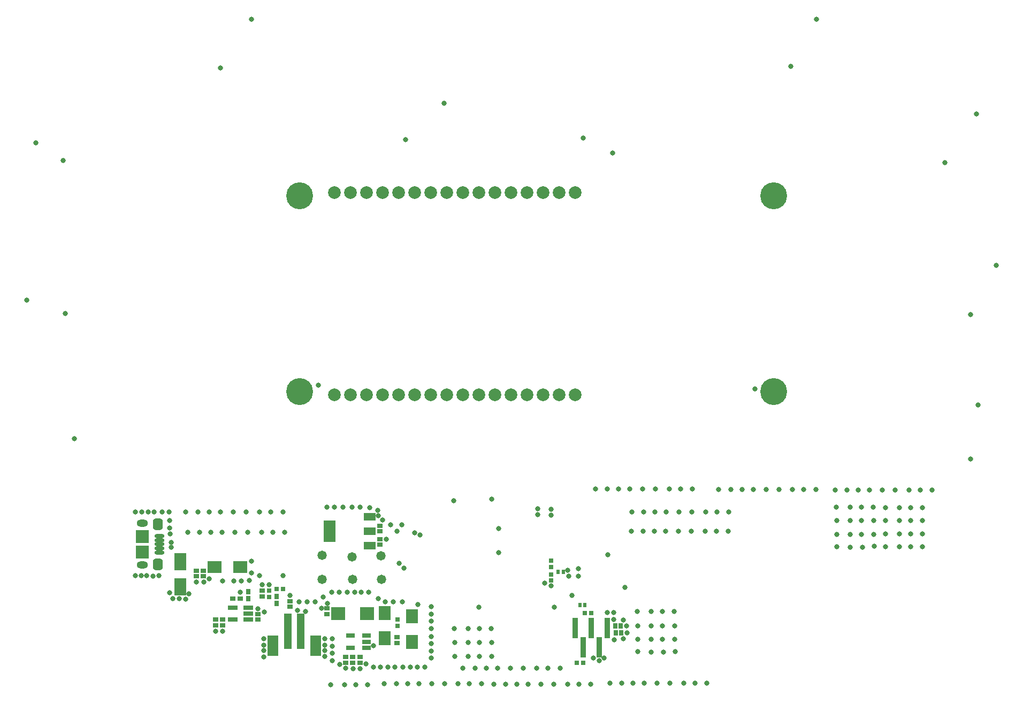
<source format=gbs>
G04*
G04 #@! TF.GenerationSoftware,Altium Limited,Altium Designer,25.3.3 (18)*
G04*
G04 Layer_Color=16711935*
%FSLAX44Y44*%
%MOMM*%
G71*
G04*
G04 #@! TF.SameCoordinates,03B7C616-348C-440E-9E9C-07167A9097DF*
G04*
G04*
G04 #@! TF.FilePolarity,Negative*
G04*
G01*
G75*
%ADD44R,1.4032X0.8032*%
%ADD45R,0.8032X0.9532*%
%ADD47R,0.8032X0.8432*%
%ADD49R,0.8032X0.7032*%
%ADD50R,0.9532X0.8032*%
%ADD51R,0.8432X0.8032*%
%ADD53R,0.6032X0.7032*%
%ADD59C,2.0032*%
%ADD60C,4.2532*%
%ADD61O,1.8032X1.1032*%
%ADD62C,0.8032*%
%ADD63C,1.4732*%
%ADD84R,2.2032X2.0032*%
%ADD85R,1.8732X2.1732*%
%ADD86R,0.7032X0.8032*%
%ADD87R,0.8532X3.2032*%
%ADD88R,1.8532X3.4532*%
%ADD89R,1.8532X1.1532*%
%ADD90R,1.2032X5.7032*%
%ADD91R,1.8032X3.2032*%
%ADD92R,1.6032X0.8032*%
%ADD93R,2.1732X1.8732*%
%ADD94R,2.0032X2.1032*%
G04:AMPARAMS|DCode=95|XSize=1.8032mm|YSize=1.6032mm|CornerRadius=0.4516mm|HoleSize=0mm|Usage=FLASHONLY|Rotation=90.000|XOffset=0mm|YOffset=0mm|HoleType=Round|Shape=RoundedRectangle|*
%AMROUNDEDRECTD95*
21,1,1.8032,0.7000,0,0,90.0*
21,1,0.9000,1.6032,0,0,90.0*
1,1,0.9032,0.3500,0.4500*
1,1,0.9032,0.3500,-0.4500*
1,1,0.9032,-0.3500,-0.4500*
1,1,0.9032,-0.3500,0.4500*
%
%ADD95ROUNDEDRECTD95*%
%ADD96O,1.5532X0.6032*%
%ADD97R,1.9032X2.7032*%
D44*
X-261820Y286360D02*
D03*
Y276860D02*
D03*
Y267360D02*
D03*
X-286820D02*
D03*
Y286360D02*
D03*
D45*
X-448310Y344770D02*
D03*
Y356270D02*
D03*
X-403860Y337150D02*
D03*
Y348650D02*
D03*
D47*
X140970Y302260D02*
D03*
X132170D02*
D03*
X141560Y290830D02*
D03*
X132760D02*
D03*
D49*
X-212090Y302340D02*
D03*
Y312340D02*
D03*
X30480Y383540D02*
D03*
Y373540D02*
D03*
Y394970D02*
D03*
Y404970D02*
D03*
X-415290Y348060D02*
D03*
Y358060D02*
D03*
D50*
X-473110Y345440D02*
D03*
X-461610D02*
D03*
D51*
X-294640Y243930D02*
D03*
Y252730D02*
D03*
X-283210Y243930D02*
D03*
Y252730D02*
D03*
X-271780Y243930D02*
D03*
Y252730D02*
D03*
X-213360Y275000D02*
D03*
Y283800D02*
D03*
X-240030Y460330D02*
D03*
Y451530D02*
D03*
Y439420D02*
D03*
Y430620D02*
D03*
X-323850Y329520D02*
D03*
Y320720D02*
D03*
X-500380Y302940D02*
D03*
Y311740D02*
D03*
X-433070Y320630D02*
D03*
Y311830D02*
D03*
X-488950Y302940D02*
D03*
Y311740D02*
D03*
X-382270Y340950D02*
D03*
Y332150D02*
D03*
X-426720Y357460D02*
D03*
Y348660D02*
D03*
X-530860Y389210D02*
D03*
Y380410D02*
D03*
X-519430D02*
D03*
Y389210D02*
D03*
D53*
X41720Y387350D02*
D03*
X49720D02*
D03*
X84200Y335280D02*
D03*
X76200D02*
D03*
D59*
X-312420Y988060D02*
D03*
X-287020D02*
D03*
X-261620D02*
D03*
X-236220D02*
D03*
X-210820D02*
D03*
X-185420D02*
D03*
X-160020D02*
D03*
X-134620D02*
D03*
X-109220D02*
D03*
X-83820D02*
D03*
X-58420D02*
D03*
X-33020D02*
D03*
X-7620D02*
D03*
X17780D02*
D03*
X43180D02*
D03*
X68580D02*
D03*
X-312420Y668060D02*
D03*
X-287020D02*
D03*
X-261620D02*
D03*
X-236220D02*
D03*
X-210820D02*
D03*
X-185420D02*
D03*
X-160020D02*
D03*
X-134620D02*
D03*
X-109220D02*
D03*
X-83820D02*
D03*
X-58420D02*
D03*
X-33020D02*
D03*
X-7620D02*
D03*
X17780D02*
D03*
X43180D02*
D03*
X68580D02*
D03*
D60*
X-367420Y673060D02*
D03*
X382580D02*
D03*
X-367420Y983060D02*
D03*
X382580D02*
D03*
D61*
X-615950Y464230D02*
D03*
Y398230D02*
D03*
D62*
X560015Y427211D02*
D03*
X581605D02*
D03*
X599385D02*
D03*
X618435D02*
D03*
X560015Y447531D02*
D03*
X581605D02*
D03*
X599385D02*
D03*
X618435D02*
D03*
X618405Y489200D02*
D03*
X599355D02*
D03*
X581575D02*
D03*
X559985D02*
D03*
X618405Y468880D02*
D03*
X599355D02*
D03*
X581575D02*
D03*
X559985D02*
D03*
X482679Y447191D02*
D03*
X504269D02*
D03*
X522049D02*
D03*
X541099D02*
D03*
X482679Y468781D02*
D03*
X504269D02*
D03*
X522049D02*
D03*
X541099D02*
D03*
X540670Y489602D02*
D03*
X521620D02*
D03*
X503840D02*
D03*
X482250D02*
D03*
X542290Y427990D02*
D03*
X523240Y426720D02*
D03*
X504190D02*
D03*
X482521Y427686D02*
D03*
X-572770Y354330D02*
D03*
X93400Y209966D02*
D03*
X74350D02*
D03*
X56570D02*
D03*
X34980D02*
D03*
X14660D02*
D03*
X-5660D02*
D03*
X-23440D02*
D03*
X-41220D02*
D03*
X-60270D02*
D03*
X167561Y261316D02*
D03*
X189230Y260350D02*
D03*
X208280D02*
D03*
X227330Y261620D02*
D03*
X167290Y324502D02*
D03*
X188880D02*
D03*
X206660D02*
D03*
X225710D02*
D03*
X226139Y302411D02*
D03*
X207089D02*
D03*
X189309D02*
D03*
X167719D02*
D03*
X226139Y280821D02*
D03*
X207089D02*
D03*
X189309D02*
D03*
X167719D02*
D03*
X158265Y482669D02*
D03*
X177314D02*
D03*
X195095D02*
D03*
X212875D02*
D03*
X157480Y452120D02*
D03*
X176530D02*
D03*
X194310D02*
D03*
X212090D02*
D03*
X252730D02*
D03*
X274320D02*
D03*
X292100D02*
D03*
X233195Y482669D02*
D03*
X311150Y452120D02*
D03*
X253514Y482669D02*
D03*
X275105D02*
D03*
X292885D02*
D03*
X311935D02*
D03*
X232410Y452120D02*
D03*
X-121841Y254151D02*
D03*
X-100251D02*
D03*
X-82471D02*
D03*
X-63421D02*
D03*
X-121841Y275741D02*
D03*
X-100251D02*
D03*
X-82471D02*
D03*
X-63421D02*
D03*
X-259430Y208932D02*
D03*
X-278480D02*
D03*
X-296260D02*
D03*
X-317850D02*
D03*
X-63850Y297832D02*
D03*
X-82900D02*
D03*
X-100680D02*
D03*
X-122270D02*
D03*
X44615Y235509D02*
D03*
X25565D02*
D03*
X7785D02*
D03*
X-13805D02*
D03*
X-34125D02*
D03*
X-54445D02*
D03*
X-72225D02*
D03*
X-90005D02*
D03*
X-109055D02*
D03*
X277181Y211484D02*
D03*
X258131D02*
D03*
X240351D02*
D03*
X218761D02*
D03*
X198441D02*
D03*
X178121D02*
D03*
X160341D02*
D03*
X142561D02*
D03*
X123511D02*
D03*
X633547Y517027D02*
D03*
X614497D02*
D03*
X596717D02*
D03*
X575127D02*
D03*
X554807D02*
D03*
X534487D02*
D03*
X516707D02*
D03*
X498927D02*
D03*
X479877D02*
D03*
X449397Y518297D02*
D03*
X430347D02*
D03*
X412567D02*
D03*
X390977D02*
D03*
X370657D02*
D03*
X350337D02*
D03*
X332557D02*
D03*
X314777D02*
D03*
X295727D02*
D03*
X-393768Y481980D02*
D03*
X-412818D02*
D03*
X-430598D02*
D03*
X-452188D02*
D03*
X-472508D02*
D03*
X-492828D02*
D03*
X-510608D02*
D03*
X-528388D02*
D03*
X-547438D02*
D03*
X-544509Y450244D02*
D03*
X-525459D02*
D03*
X-507679D02*
D03*
X-489899D02*
D03*
X-469579D02*
D03*
X-449259D02*
D03*
X-427669D02*
D03*
X-409889D02*
D03*
X-390839D02*
D03*
X100651Y518824D02*
D03*
X119701D02*
D03*
X137481D02*
D03*
X155261D02*
D03*
X175581D02*
D03*
X195901D02*
D03*
X217491D02*
D03*
X235271D02*
D03*
X254321D02*
D03*
X-233359Y210214D02*
D03*
X-214309D02*
D03*
X-196529D02*
D03*
X-178749D02*
D03*
X-158429D02*
D03*
X-138109D02*
D03*
X-116519D02*
D03*
X-98739D02*
D03*
X-79689D02*
D03*
X58420Y381000D02*
D03*
X57150Y389890D02*
D03*
X20320Y369570D02*
D03*
X-358140Y325120D02*
D03*
X-510335Y376559D02*
D03*
X-229870Y439420D02*
D03*
X-236220Y469900D02*
D03*
X-242570Y476250D02*
D03*
X-323850Y490220D02*
D03*
X-312420D02*
D03*
X-298450D02*
D03*
X-284480D02*
D03*
X-271780D02*
D03*
X-330200Y347980D02*
D03*
X-342900Y340360D02*
D03*
X-355600D02*
D03*
X-368300D02*
D03*
X-180164Y335468D02*
D03*
X-159277Y297933D02*
D03*
Y309363D02*
D03*
Y320793D02*
D03*
Y332223D02*
D03*
Y250943D02*
D03*
Y262373D02*
D03*
Y273803D02*
D03*
Y285233D02*
D03*
X-203717Y236747D02*
D03*
X-192287D02*
D03*
X-180857D02*
D03*
X-169427D02*
D03*
X-250707D02*
D03*
X-239277D02*
D03*
X-227847D02*
D03*
X-216417D02*
D03*
X-315353Y247228D02*
D03*
Y258658D02*
D03*
Y270088D02*
D03*
Y281518D02*
D03*
X-204863Y339938D02*
D03*
X-218833D02*
D03*
X-231533D02*
D03*
X-242963Y345018D02*
D03*
X-258203Y355178D02*
D03*
X-269633D02*
D03*
X-279793D02*
D03*
X-292100Y355600D02*
D03*
X-304800D02*
D03*
X-316230D02*
D03*
X-443496Y404562D02*
D03*
X-447306Y374082D02*
D03*
X-443496Y385512D02*
D03*
X-488950Y373380D02*
D03*
X-459740D02*
D03*
X-471170D02*
D03*
X-567690Y345440D02*
D03*
X-557530D02*
D03*
X-547370Y344170D02*
D03*
X-542290Y353060D02*
D03*
X-572565Y447679D02*
D03*
X-572770Y457200D02*
D03*
Y468630D02*
D03*
X97790Y251460D02*
D03*
X114300D02*
D03*
X106586Y247251D02*
D03*
X144780Y311150D02*
D03*
Y281940D02*
D03*
X151130Y290830D02*
D03*
X149860Y302260D02*
D03*
X129540Y312420D02*
D03*
X130716Y280271D02*
D03*
X129446Y323451D02*
D03*
X119286D02*
D03*
X-199390Y1071880D02*
D03*
X120598Y414210D02*
D03*
X-52070Y455930D02*
D03*
X73660Y381000D02*
D03*
Y392430D02*
D03*
X30480Y365760D02*
D03*
X-570230Y426720D02*
D03*
X-327660Y254000D02*
D03*
Y271780D02*
D03*
Y262890D02*
D03*
Y281940D02*
D03*
X-424180Y252730D02*
D03*
X-627175Y481969D02*
D03*
X147320Y363220D02*
D03*
X-52070Y417830D02*
D03*
X-256540Y488950D02*
D03*
X-243840Y485140D02*
D03*
X-424180Y271780D02*
D03*
Y262890D02*
D03*
Y281940D02*
D03*
X-303530Y241300D02*
D03*
X-262685Y241939D02*
D03*
X-271575Y234319D02*
D03*
X-283005D02*
D03*
X-294640Y234950D02*
D03*
X-323645Y337189D02*
D03*
X-332535Y329569D02*
D03*
X-370840Y326390D02*
D03*
X-382270Y349930D02*
D03*
X-426720Y367030D02*
D03*
X-415290D02*
D03*
X-422910Y323850D02*
D03*
X-433070Y328930D02*
D03*
X-461010Y355600D02*
D03*
X-500380Y293370D02*
D03*
X-488950D02*
D03*
X-519225Y371479D02*
D03*
X-530655D02*
D03*
X-589954Y381639D02*
D03*
X-599440Y381000D02*
D03*
X-609395Y381639D02*
D03*
X-618285D02*
D03*
X-627175D02*
D03*
X-573835Y481969D02*
D03*
X-585265D02*
D03*
X-597965D02*
D03*
X-606855D02*
D03*
X-617015D02*
D03*
X353060Y676910D02*
D03*
X-337820Y683260D02*
D03*
X-83820Y331470D02*
D03*
X35560D02*
D03*
X30480Y477520D02*
D03*
X9420Y478367D02*
D03*
X30480Y486410D02*
D03*
X9420Y487257D02*
D03*
X-63500Y502920D02*
D03*
X694690Y566420D02*
D03*
X-123190Y500380D02*
D03*
X-205740Y462280D02*
D03*
X-223520D02*
D03*
X-213360Y452120D02*
D03*
X-201930Y393700D02*
D03*
X-209550Y401320D02*
D03*
X-430668Y381862D02*
D03*
X-393838D02*
D03*
X-185420Y449580D02*
D03*
X-176530Y445770D02*
D03*
X-250190Y270510D02*
D03*
X63500Y350520D02*
D03*
X-570230Y434340D02*
D03*
X-741759Y1038781D02*
D03*
X706041Y651431D02*
D03*
X-723979Y598091D02*
D03*
X128191Y1050211D02*
D03*
X-737949Y796211D02*
D03*
X-798909Y817801D02*
D03*
X-784939Y1066721D02*
D03*
X-443309Y1262301D02*
D03*
X-492839Y1184831D02*
D03*
X-138509Y1128951D02*
D03*
X81201Y1074341D02*
D03*
X450771Y1262301D02*
D03*
X410131Y1187371D02*
D03*
X703501Y1112441D02*
D03*
X653971Y1034971D02*
D03*
X735251Y872411D02*
D03*
X694611Y794941D02*
D03*
D63*
X-284480Y411480D02*
D03*
X-283210Y375920D02*
D03*
X-237490D02*
D03*
X-238760Y412750D02*
D03*
X-331470Y375920D02*
D03*
Y414020D02*
D03*
D84*
X-306070Y321310D02*
D03*
X-261070D02*
D03*
D85*
X-189230Y317430D02*
D03*
Y276930D02*
D03*
X-232410Y282180D02*
D03*
Y322680D02*
D03*
D86*
X93900Y322580D02*
D03*
X83900D02*
D03*
X81200Y243840D02*
D03*
X71200D02*
D03*
X-403780Y360680D02*
D03*
X-393780D02*
D03*
D87*
X68580Y298210D02*
D03*
X81280Y268210D02*
D03*
X93980Y298210D02*
D03*
X106680Y268210D02*
D03*
X119380Y298210D02*
D03*
D88*
X-319790Y452120D02*
D03*
D89*
X-256790Y429120D02*
D03*
Y452120D02*
D03*
Y475120D02*
D03*
D90*
X-386080Y293370D02*
D03*
X-366080D02*
D03*
D91*
X-410080Y270870D02*
D03*
X-342080D02*
D03*
D92*
X-473510Y330810D02*
D03*
Y311810D02*
D03*
X-448510D02*
D03*
Y321310D02*
D03*
Y330810D02*
D03*
D93*
X-461080Y394970D02*
D03*
X-501580D02*
D03*
D94*
X-615950Y443230D02*
D03*
Y419230D02*
D03*
D95*
X-591450Y463230D02*
D03*
Y399230D02*
D03*
D96*
X-589200Y431230D02*
D03*
Y424730D02*
D03*
Y418230D02*
D03*
Y444230D02*
D03*
Y437730D02*
D03*
D97*
X-556260Y403860D02*
D03*
Y363860D02*
D03*
M02*

</source>
